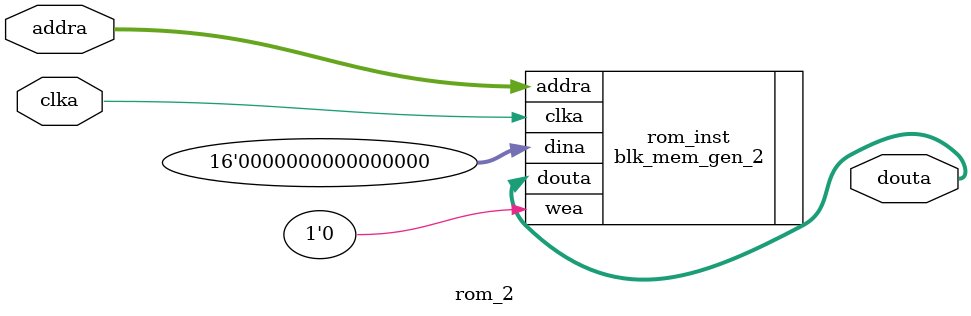
<source format=v>
module rom_2(
    input   wire              clka,     // 时钟
    input   wire  [9:0]      addra,    // 地址总线 
    output  wire  [11:0]      douta     // 数据总线 
);

// 实例化 Block Memory Generator IP 核（单端口 ROM）
blk_mem_gen_2 rom_inst (
    .clka(clka),        // 时钟输入
    .wea(1'b0),         // 写使能信号(ROM中固定为0)
    .addra(addra),      // 地址输入
    .dina(16'h0),       // 数据输入(ROM中未使用)
    .douta(douta)       // 数据输出
);

endmodule
</source>
